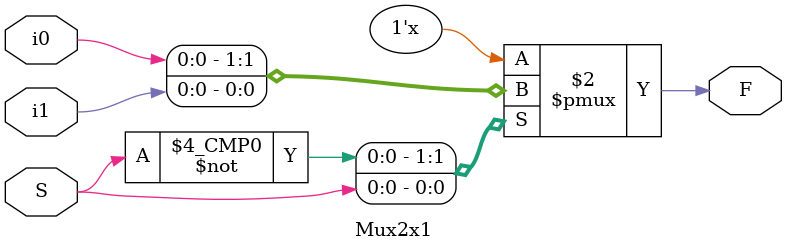
<source format=v>
module Mux2x1(i0, i1, S, F);
	input i0, i1, S;
	output F;
	
	reg F;
	
	always @(*)
	begin
		case (S)
			1'b0 : F = i0;
			1'b1 : F = i1;
		endcase
	end
	
endmodule
	
</source>
